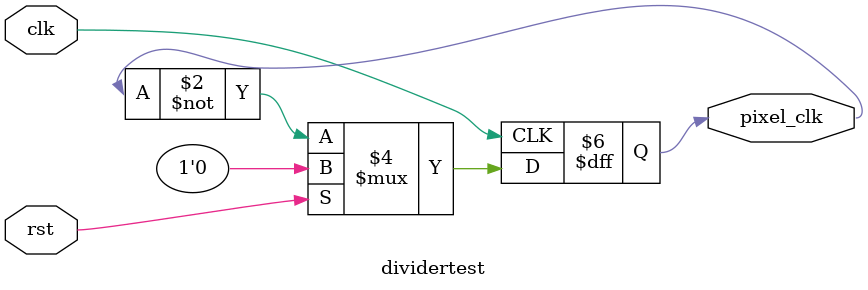
<source format=v>
`timescale 1ns / 1ps
module dividertest(
    input clk,
    input rst,
    output reg pixel_clk
    );
//mod2 divider
always @ (posedge clk)
if (rst)
	pixel_clk <= 1'b0;
else
	pixel_clk <= ~pixel_clk;

endmodule

</source>
